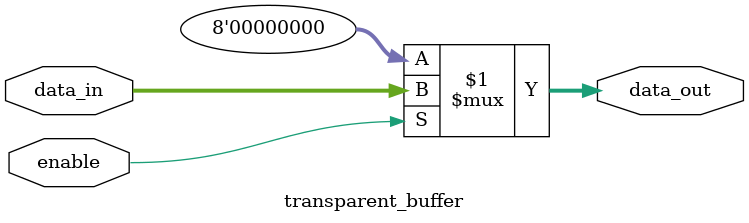
<source format=sv>
module transparent_buffer (
    input wire [7:0] data_in,
    input wire enable,
    output wire [7:0] data_out
);
    // 直接在顶层实现逻辑，减少层次结构
    assign data_out = enable ? data_in : 8'b0;
endmodule
</source>
